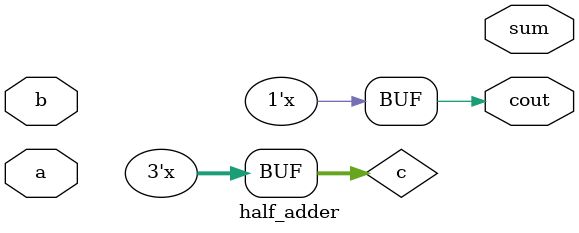
<source format=v>
module half_adder( 
input a, b,
output cout, sum );
wire [2:0] c;

assign {c[2], c[1], c[0]} = a + b + c[0] + c[1] + c[2] + c[3] + c[4] + c[5] + c[6] + c[7];
assign cout = (c[2] ^ c[3]) ? ~(c[3] ^ c[4]) : (c[4] ^ c[5]);

endmodule

</source>
